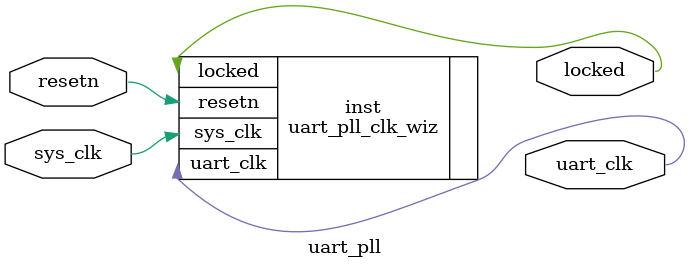
<source format=v>


`timescale 1ps/1ps

(* CORE_GENERATION_INFO = "uart_pll,clk_wiz_v6_0_11_0_0,{component_name=uart_pll,use_phase_alignment=true,use_min_o_jitter=false,use_max_i_jitter=false,use_dyn_phase_shift=false,use_inclk_switchover=false,use_dyn_reconfig=false,enable_axi=0,feedback_source=FDBK_AUTO,PRIMITIVE=MMCM,num_out_clk=1,clkin1_period=10.000,clkin2_period=10.000,use_power_down=false,use_reset=true,use_locked=true,use_inclk_stopped=false,feedback_type=SINGLE,CLOCK_MGR_TYPE=NA,manual_override=false}" *)

module uart_pll 
 (
  // Clock out ports
  output        uart_clk,
  // Status and control signals
  input         resetn,
  output        locked,
 // Clock in ports
  input         sys_clk
 );

  uart_pll_clk_wiz inst
  (
  // Clock out ports  
  .uart_clk(uart_clk),
  // Status and control signals               
  .resetn(resetn), 
  .locked(locked),
 // Clock in ports
  .sys_clk(sys_clk)
  );

endmodule

</source>
